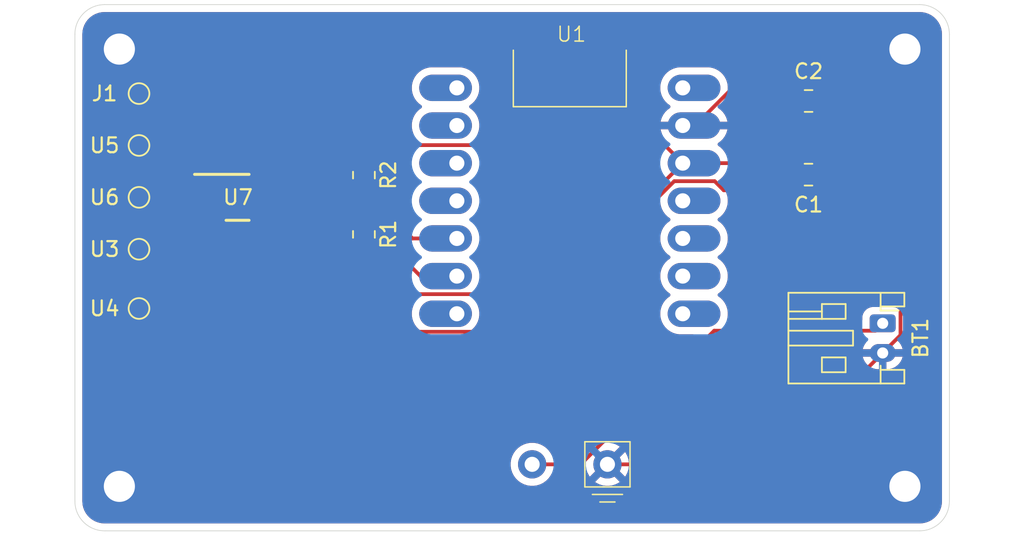
<source format=kicad_pcb>
(kicad_pcb (version 20241229) (generator "pcbnew") (generator_version "9.0")
  (layers (0 "F.Cu" signal) (2 "B.Cu" signal) (13 "F.Paste" user) (15 "B.Paste" user) (5 "F.SilkS" user "F.Silkscreen") (7 "B.SilkS" user "B.Silkscreen") (1 "F.Mask" user) (3 "B.Mask" user) (25 "Edge.Cuts" user))
  (net 0 "")
  (net 1 "GND2")
  (net 2 "VDD")
  (net 3 "+3V3")
  (net 4 "Net-(J1-Shield)")
  (net 5 "Net-(U1-GPIO6_A5_D5_SCL)")
  (net 6 "Net-(U1-GPIO4_A3_D3_SDA)")
  (net 17 "Net-(U6-1)")
  (net 18 "Net-(U4-1)")
  (net 19 "Net-(U5-1)")
  (net 20 "Net-(U3-1)")
  (footprint "Capacitor_SMD:C_0805_2012Metric_Pad1.18x1.45mm_HandSolder" (layer "F.Cu") (at 163.995002 75.469999 180)
    (property "Reference" "C1" (at 0 -2.030001 0) (layer "F.SilkS"))
    (property "Value" "0.1uF")
    (fp_line (start -0.261252 0.735) (end 0.261252 0.735) (stroke (width 0.12)) (layer "F.SilkS"))
    (fp_line (start -0.261252 -0.735) (end 0.261252 -0.735) (stroke (width 0.12)) (layer "F.SilkS"))
    (pad "1" smd roundrect (at -1.0375 0 180) (size 1.175 1.45) (layers "F.Cu" "F.Mask" "F.Paste") (roundrect_rratio 0.212766) (net 1 "GND2"))
    (pad "2" smd roundrect (at 1.0375 0 180) (size 1.175 1.45) (layers "F.Cu" "F.Mask" "F.Paste") (roundrect_rratio 0.212766) (net 3 "+3V3"))
  )
  (footprint "GIX_ESP32:XIAO_ESP32" (layer "F.Cu") (at 147.889998 77.235001)
    (property "Reference" "U1" (at 0.110002 -11.235001 0) (layer "F.SilkS") (effects (font (thickness 0.1))))
    (property "Value" "~")
    (fp_line (start -3.81 -10.16) (end -3.81 -6.35) (stroke (width 0.1)) (layer "F.SilkS"))
    (fp_line (start -3.81 -6.35) (end 3.81 -6.35) (stroke (width 0.1)) (layer "F.SilkS"))
    (fp_line (start 1.016 16.256) (end 4.064 16.256) (stroke (width 0.1)) (layer "F.SilkS"))
    (fp_line (start 1.016 19.304) (end 1.016 16.256) (stroke (width 0.1)) (layer "F.SilkS"))
    (fp_line (start 1.524 19.812) (end 3.556 19.812) (stroke (width 0.1)) (layer "F.SilkS"))
    (fp_line (start 2.032 20.32) (end 3.048 20.32) (stroke (width 0.1)) (layer "F.SilkS"))
    (fp_line (start 3.81 -6.35) (end 3.81 -10.16) (stroke (width 0.1)) (layer "F.SilkS"))
    (fp_line (start 4.064 16.256) (end 4.064 19.304) (stroke (width 0.1)) (layer "F.SilkS"))
    (fp_line (start 4.064 19.304) (end 1.016 19.304) (stroke (width 0.1)) (layer "F.SilkS"))
    (pad "1" thru_hole oval (at -7.62 -7.62) (size 3.556 1.778) (drill 1.016 (offset -0.762 0)) (layers "*.Cu" "*.Mask"))
    (pad "2" thru_hole oval (at -7.62 -5.08) (size 3.556 1.778) (drill 1.016 (offset -0.762 0)) (layers "*.Cu" "*.Mask"))
    (pad "3" thru_hole oval (at -7.62 -2.54) (size 3.556 1.778) (drill 1.016 (offset -0.762 0)) (layers "*.Cu" "*.Mask"))
    (pad "4" thru_hole oval (at -7.62 0) (size 3.556 1.778) (drill 1.016 (offset -0.762 0)) (layers "*.Cu" "*.Mask"))
    (pad "5" thru_hole oval (at -7.62 2.54) (size 3.556 1.778) (drill 1.016 (offset -0.762 0)) (layers "*.Cu" "*.Mask") (net 6 "Net-(U1-GPIO4_A3_D3_SDA)"))
    (pad "6" thru_hole oval (at -7.62 5.08) (size 3.556 1.778) (drill 1.016 (offset -0.762 0)) (layers "*.Cu" "*.Mask") (net 5 "Net-(U1-GPIO6_A5_D5_SCL)"))
    (pad "7" thru_hole oval (at -7.62 7.62) (size 3.556 1.778) (drill 1.016 (offset -0.762 0)) (layers "*.Cu" "*.Mask"))
    (pad "8" thru_hole oval (at 7.62 7.62) (size 3.556 1.778) (drill 1.016 (offset 0.762 0)) (layers "*.Cu" "*.Mask"))
    (pad "9" thru_hole oval (at 7.62 5.08) (size 3.556 1.778) (drill 1.016 (offset 0.762 0)) (layers "*.Cu" "*.Mask"))
    (pad "10" thru_hole oval (at 7.62 2.54) (size 3.556 1.778) (drill 1.016 (offset 0.762 0)) (layers "*.Cu" "*.Mask"))
    (pad "11" thru_hole oval (at 7.62 0) (size 3.556 1.778) (drill 1.016 (offset 0.762 0)) (layers "*.Cu" "*.Mask"))
    (pad "12" thru_hole oval (at 7.62 -2.54) (size 3.556 1.778) (drill 1.016 (offset 0.762 0)) (layers "*.Cu" "*.Mask") (net 3 "+3V3"))
    (pad "13" thru_hole oval (at 7.62 -5.08) (size 3.556 1.778) (drill 1.016 (offset 0.762 0)) (layers "*.Cu" "*.Mask") (net 1 "GND2"))
    (pad "14" thru_hole oval (at 7.62 -7.62) (size 3.556 1.778) (drill 1.016 (offset 0.762 0)) (layers "*.Cu" "*.Mask"))
    (pad "15" thru_hole circle (at -2.54 17.78) (size 1.905 1.905) (drill 1.016) (layers "*.Cu" "*.Mask") (net 2 "VDD"))
    (pad "16" thru_hole circle (at 2.54 17.78) (size 1.905 1.905) (drill 1.016) (layers "*.Cu" "*.Mask") (net 1 "GND2"))
  )
  (footprint "MountingHole:MountingHole_2.1mm" (layer "F.Cu") (at 117.5 96.5)
    (property "Reference" "REF**" (hide yes))
    (property "Value" "MountingHole_2.1mm")
    (pad "" np_thru_hole circle (at 0 0) (size 2.1 2.1) (drill 2.1) (layers "*.Cu" "*.Mask"))
  )
  (footprint "MountingHole:MountingHole_2.1mm" (layer "F.Cu") (at 170.5 96.5)
    (property "Reference" "REF**" (hide yes))
    (property "Value" "MountingHole_2.1mm")
    (pad "" np_thru_hole circle (at 0 0) (size 2.1 2.1) (drill 2.1) (layers "*.Cu" "*.Mask"))
  )
  (footprint "MountingHole:MountingHole_2.1mm" (layer "F.Cu") (at 170.5 67)
    (property "Reference" "REF**" (hide yes))
    (property "Value" "MountingHole_2.1mm")
    (pad "" np_thru_hole circle (at 0 0) (size 2.1 2.1) (drill 2.1) (layers "*.Cu" "*.Mask"))
  )
  (footprint "Capacitor_SMD:C_0805_2012Metric_Pad1.18x1.45mm_HandSolder" (layer "F.Cu") (at 164 70.5)
    (property "Reference" "C2" (at 0 -2 0) (layer "F.SilkS"))
    (property "Value" "1uF")
    (fp_line (start -0.261252 -0.735) (end 0.261252 -0.735) (stroke (width 0.12)) (layer "F.SilkS"))
    (fp_line (start -0.261252 0.735) (end 0.261252 0.735) (stroke (width 0.12)) (layer "F.SilkS"))
    (pad "1" smd roundrect (at -1.0375 0) (size 1.175 1.45) (layers "F.Cu" "F.Mask" "F.Paste") (roundrect_rratio 0.212766) (net 3 "+3V3"))
    (pad "2" smd roundrect (at 1.0375 0) (size 1.175 1.45) (layers "F.Cu" "F.Mask" "F.Paste") (roundrect_rratio 0.212766) (net 1 "GND2"))
  )
  (footprint "Connector_JST:JST_PH_S2B-PH-K_1x02_P2.00mm_Horizontal" (layer "F.Cu") (at 169 85.5 -90)
    (property "Reference" "BT1" (at 1 -2.55 90) (layer "F.SilkS"))
    (property "Value" "Battery")
    (fp_line (start -2.06 6.36) (end 4.06 6.36) (stroke (width 0.12)) (layer "F.SilkS"))
    (fp_line (start 0.5 6.36) (end 0.5 2) (stroke (width 0.12)) (layer "F.SilkS"))
    (fp_line (start 4.06 6.36) (end 4.06 -1.46) (stroke (width 0.12)) (layer "F.SilkS"))
    (fp_line (start -1.3 4.1) (end -0.3 4.1) (stroke (width 0.12)) (layer "F.SilkS"))
    (fp_line (start -0.8 4.1) (end -0.8 6.36) (stroke (width 0.12)) (layer "F.SilkS"))
    (fp_line (start -0.3 4.1) (end -0.3 6.36) (stroke (width 0.12)) (layer "F.SilkS"))
    (fp_line (start -0.3 4.1) (end -0.3 2.5) (stroke (width 0.12)) (layer "F.SilkS"))
    (fp_line (start 2.3 4.1) (end 2.3 2.5) (stroke (width 0.12)) (layer "F.SilkS"))
    (fp_line (start 3.3 4.1) (end 2.3 4.1) (stroke (width 0.12)) (layer "F.SilkS"))
    (fp_line (start -1.3 2.5) (end -1.3 4.1) (stroke (width 0.12)) (layer "F.SilkS"))
    (fp_line (start -0.3 2.5) (end -1.3 2.5) (stroke (width 0.12)) (layer "F.SilkS"))
    (fp_line (start 2.3 2.5) (end 3.3 2.5) (stroke (width 0.12)) (layer "F.SilkS"))
    (fp_line (start 3.3 2.5) (end 3.3 4.1) (stroke (width 0.12)) (layer "F.SilkS"))
    (fp_line (start 0.5 2) (end 1.5 2) (stroke (width 0.12)) (layer "F.SilkS"))
    (fp_line (start 1.5 2) (end 1.5 6.36) (stroke (width 0.12)) (layer "F.SilkS"))
    (fp_line (start -2.06 0.14) (end -1.14 0.14) (stroke (width 0.12)) (layer "F.SilkS"))
    (fp_line (start -1.14 0.14) (end -1.14 -1.46) (stroke (width 0.12)) (layer "F.SilkS"))
    (fp_line (start -0.86 0.14) (end -1.14 0.14) (stroke (width 0.12)) (layer "F.SilkS"))
    (fp_line (start -0.86 0.14) (end -0.86 -1.075) (stroke (width 0.12)) (layer "F.SilkS"))
    (fp_line (start 3.14 0.14) (end 2.86 0.14) (stroke (width 0.12)) (layer "F.SilkS"))
    (fp_line (start 4.06 0.14) (end 3.14 0.14) (stroke (width 0.12)) (layer "F.SilkS"))
    (fp_line (start -2.06 -1.46) (end -2.06 6.36) (stroke (width 0.12)) (layer "F.SilkS"))
    (fp_line (start -1.14 -1.46) (end -2.06 -1.46) (stroke (width 0.12)) (layer "F.SilkS"))
    (fp_line (start 3.14 -1.46) (end 3.14 0.14) (stroke (width 0.12)) (layer "F.SilkS"))
    (fp_line (start 4.06 -1.46) (end 3.14 -1.46) (stroke (width 0.12)) (layer "F.SilkS"))
    (pad "1" thru_hole roundrect (at 0 0 270) (size 1.2 1.75) (drill 0.75) (layers "*.Cu" "*.Mask") (roundrect_rratio 0.208333) (net 2 "VDD"))
    (pad "2" thru_hole oval (at 2 0 270) (size 1.2 1.75) (drill 0.75) (layers "*.Cu" "*.Mask") (net 1 "GND2"))
  )
  (footprint "MountingHole:MountingHole_2.1mm" (layer "F.Cu") (at 117.5 67)
    (property "Reference" "REF**" (hide yes))
    (property "Value" "MountingHole_2.1mm")
    (pad "" np_thru_hole circle (at 0 0) (size 2.1 2.1) (drill 2.1) (layers "*.Cu" "*.Mask"))
  )
  (footprint "TestPoint:TestPoint_Pad_D1.0mm" (layer "F.Cu") (at 118.824999 84.5)
    (property "Reference" "U4" (at -2.324999 0 0) (layer "F.SilkS"))
    (property "Value" "~")
    (fp_circle (center 0 0) (end 0 0.7) (stroke (width 0.12)) (fill no) (layer "F.SilkS"))
    (pad "1" smd circle (at 0 0) (size 1 1) (layers "F.Cu" "F.Mask") (net 18 "Net-(U4-1)"))
  )
  (footprint "TestPoint:TestPoint_Pad_D1.0mm" (layer "F.Cu") (at 118.824999 77)
    (property "Reference" "U6" (at -2.324999 0 0) (layer "F.SilkS"))
    (property "Value" "~")
    (fp_circle (center 0 0) (end 0 0.7) (stroke (width 0.12)) (fill no) (layer "F.SilkS"))
    (pad "1" smd circle (at 0 0) (size 1 1) (layers "F.Cu" "F.Mask") (net 17 "Net-(U6-1)"))
  )
  (footprint "TestPoint:TestPoint_Pad_D1.0mm" (layer "F.Cu") (at 118.824999 73.5)
    (property "Reference" "U5" (at -2.324999 0 0) (layer "F.SilkS"))
    (property "Value" "~")
    (fp_circle (center 0 0) (end 0 0.7) (stroke (width 0.12)) (fill no) (layer "F.SilkS"))
    (pad "1" smd circle (at 0 0) (size 1 1) (layers "F.Cu" "F.Mask") (net 19 "Net-(U5-1)"))
  )
  (footprint "footprints_FDC1004:DGS0010A_M" (layer "F.Cu") (at 125.5 77.000001)
    (property "Reference" "U7" (at 0 0 0) (layer "F.SilkS"))
    (property "Value" "FDC1004DGSR")
    (fp_line (start -2.925 -1.549999) (end 0.750001 -1.549999) (stroke (width 0.2)) (layer "F.SilkS"))
    (fp_line (start -0.800001 1.549999) (end 0.750001 1.549999) (stroke (width 0.2)) (layer "F.SilkS"))
    (pad "1" smd oval (at -2.324999 -1.000001 90) (size 0.299999 1.549999) (layers "F.Cu" "F.Mask" "F.Paste") (net 4 "Net-(J1-Shield)"))
    (pad "2" smd oval (at -2.324999 -0.500002 90) (size 0.299999 1.549999) (layers "F.Cu" "F.Mask" "F.Paste") (net 19 "Net-(U5-1)"))
    (pad "3" smd oval (at -2.324999 0 90) (size 0.299999 1.549999) (layers "F.Cu" "F.Mask" "F.Paste") (net 17 "Net-(U6-1)"))
    (pad "4" smd oval (at -2.324999 0.499999 90) (size 0.299999 1.549999) (layers "F.Cu" "F.Mask" "F.Paste") (net 20 "Net-(U3-1)"))
    (pad "5" smd oval (at -2.324999 1.000001 90) (size 0.299999 1.549999) (layers "F.Cu" "F.Mask" "F.Paste") (net 18 "Net-(U4-1)"))
    (pad "6" smd oval (at 2.325002 1.000001 90) (size 0.299999 1.549999) (layers "F.Cu" "F.Mask" "F.Paste") (net 4 "Net-(J1-Shield)"))
    (pad "7" smd oval (at 2.325002 0.499999 90) (size 0.299999 1.549999) (layers "F.Cu" "F.Mask" "F.Paste") (net 1 "GND2"))
    (pad "8" smd oval (at 2.325002 0 90) (size 0.299999 1.549999) (layers "F.Cu" "F.Mask" "F.Paste") (net 3 "+3V3"))
    (pad "9" smd oval (at 2.325002 -0.500002 90) (size 0.299999 1.549999) (layers "F.Cu" "F.Mask" "F.Paste") (net 5 "Net-(U1-GPIO6_A5_D5_SCL)"))
    (pad "10" smd oval (at 2.325002 -1.000001 90) (size 0.299999 1.549999) (layers "F.Cu" "F.Mask" "F.Paste") (net 6 "Net-(U1-GPIO4_A3_D3_SDA)"))
  )
  (footprint "TestPoint:TestPoint_Pad_D1.0mm" (layer "F.Cu") (at 118.824999 70)
    (property "Reference" "J1" (at -2.324999 0 0) (layer "F.SilkS"))
    (property "Value" "RFShield_OnePiece")
    (fp_circle (center 0 0) (end 0 0.7) (stroke (width 0.12)) (fill no) (layer "F.SilkS"))
    (pad "1" smd circle (at 0 0) (size 1 1) (layers "F.Cu" "F.Mask") (net 4 "Net-(J1-Shield)"))
  )
  (footprint "Resistor_SMD:R_0805_2012Metric_Pad1.20x1.40mm_HandSolder" (layer "F.Cu") (at 134 79.5 -90)
    (property "Reference" "R1" (at 0 -1.65 90) (layer "F.SilkS"))
    (property "Value" "4.7K")
    (fp_line (start -0.227064 0.735) (end 0.227064 0.735) (stroke (width 0.12)) (layer "F.SilkS"))
    (fp_line (start -0.227064 -0.735) (end 0.227064 -0.735) (stroke (width 0.12)) (layer "F.SilkS"))
    (pad "1" smd roundrect (at -1 0 270) (size 1.2 1.4) (layers "F.Cu" "F.Mask" "F.Paste") (roundrect_rratio 0.208333) (net 5 "Net-(U1-GPIO6_A5_D5_SCL)"))
    (pad "2" smd roundrect (at 1 0 270) (size 1.2 1.4) (layers "F.Cu" "F.Mask" "F.Paste") (roundrect_rratio 0.208333) (net 3 "+3V3"))
  )
  (footprint "Resistor_SMD:R_0805_2012Metric_Pad1.20x1.40mm_HandSolder" (layer "F.Cu") (at 134 75.5 -90)
    (property "Reference" "R2" (at 0 -1.65 90) (layer "F.SilkS"))
    (property "Value" "4.7K")
    (fp_line (start -0.227064 0.735) (end 0.227064 0.735) (stroke (width 0.12)) (layer "F.SilkS"))
    (fp_line (start -0.227064 -0.735) (end 0.227064 -0.735) (stroke (width 0.12)) (layer "F.SilkS"))
    (pad "1" smd roundrect (at -1 0 270) (size 1.2 1.4) (layers "F.Cu" "F.Mask" "F.Paste") (roundrect_rratio 0.208333) (net 3 "+3V3"))
    (pad "2" smd roundrect (at 1 0 270) (size 1.2 1.4) (layers "F.Cu" "F.Mask" "F.Paste") (roundrect_rratio 0.208333) (net 6 "Net-(U1-GPIO4_A3_D3_SDA)"))
  )
  (footprint "TestPoint:TestPoint_Pad_D1.0mm" (layer "F.Cu") (at 118.824999 80.5)
    (property "Reference" "U3" (at -2.324999 0 0) (layer "F.SilkS"))
    (property "Value" "~")
    (fp_circle (center 0 0) (end 0 0.7) (stroke (width 0.12)) (fill no) (layer "F.SilkS"))
    (pad "1" smd circle (at 0 0) (size 1 1) (layers "F.Cu" "F.Mask") (net 20 "Net-(U3-1)"))
  )
  (gr_line (start 171.5 99.5) (end 116.5 99.5) (stroke (width 0.05)) (layer "Edge.Cuts"))
  (gr_arc (start 171.5 64) (mid 172.914214 64.585786) (end 173.5 66) (stroke (width 0.05)) (layer "Edge.Cuts"))
  (gr_line (start 116.5 64) (end 171.5 64) (stroke (width 0.05)) (layer "Edge.Cuts"))
  (gr_arc (start 116.5 99.5) (mid 115.085786 98.914214) (end 114.5 97.5) (stroke (width 0.05)) (layer "Edge.Cuts"))
  (gr_arc (start 173.5 97.5) (mid 172.914214 98.914214) (end 171.5 99.5) (stroke (width 0.05)) (layer "Edge.Cuts"))
  (gr_line (start 173.5 66) (end 173.5 97.5) (stroke (width 0.05)) (layer "Edge.Cuts"))
  (gr_line (start 114.5 97.5) (end 114.5 66) (stroke (width 0.05)) (layer "Edge.Cuts"))
  (gr_arc (start 114.5 66) (mid 115.085786 64.585786) (end 116.5 64) (stroke (width 0.05)) (layer "Edge.Cuts"))
  (segment (start 163.546342 69.447) (end 163.878 69.778658) (width 0.254) (layer "F.Cu") (net 1))
  (segment (start 165.0375 70.5) (end 163.9845 69.447) (width 0.254) (layer "F.Cu") (net 1))
  (segment (start 157.665096 75.912001) (end 154.936466 75.912001) (width 0.254) (layer "F.Cu") (net 1))
  (segment (start 159.050097 69.447) (end 156.342096 72.155001) (width 0.254) (layer "F.Cu") (net 1))
  (segment (start 128.854002 77.5) (end 127.825002 77.5) (width 0.254) (layer "F.Cu") (net 1))
  (segment (start 162.378658 69.447) (end 163.546342 69.447) (width 0.254) (layer "F.Cu") (net 1))
  (segment (start 163.878 69.778658) (end 163.878 76.186343) (width 0.254) (layer "F.Cu") (net 1))
  (segment (start 170.203 86.297) (end 169 87.5) (width 0.254) (layer "F.Cu") (net 1))
  (segment (start 137.426003 86.072001) (end 128.854002 77.5) (width 0.254) (layer "F.Cu") (net 1))
  (segment (start 159.670657 72.155001) (end 162.378658 69.447) (width 0.254) (layer "F.Cu") (net 1))
  (segment (start 144.776466 86.072001) (end 137.426003 86.072001) (width 0.254) (layer "F.Cu") (net 1))
  (segment (start 161.484999 95.015001) (end 169 87.5) (width 0.254) (layer "F.Cu") (net 1))
  (segment (start 163.9845 69.447) (end 159.050097 69.447) (width 0.254) (layer "F.Cu") (net 1))
  (segment (start 170.203 80.640497) (end 170.203 86.297) (width 0.254) (layer "F.Cu") (net 1))
  (segment (start 156.342096 72.155001) (end 155.509998 72.155001) (width 0.254) (layer "F.Cu") (net 1))
  (segment (start 165.032502 75.469999) (end 170.203 80.640497) (width 0.254) (layer "F.Cu") (net 1))
  (segment (start 163.878 76.186343) (end 163.541344 76.522999) (width 0.254) (layer "F.Cu") (net 1))
  (segment (start 165.0375 70.5) (end 165.0375 75.465001) (width 0.254) (layer "F.Cu") (net 1))
  (segment (start 150.429998 95.015001) (end 161.484999 95.015001) (width 0.254) (layer "F.Cu") (net 1))
  (segment (start 155.509998 72.155001) (end 159.670657 72.155001) (width 0.254) (layer "F.Cu") (net 1))
  (segment (start 154.936466 75.912001) (end 144.776466 86.072001) (width 0.254) (layer "F.Cu") (net 1))
  (segment (start 163.541344 76.522999) (end 158.276094 76.522999) (width 0.254) (layer "F.Cu") (net 1))
  (segment (start 165.0375 75.465001) (end 165.032502 75.469999) (width 0.254) (layer "F.Cu") (net 1))
  (segment (start 158.276094 76.522999) (end 157.665096 75.912001) (width 0.254) (layer "F.Cu") (net 1))
  (segment (start 145.349998 95.015001) (end 148.619097 95.015001) (width 0.254) (layer "F.Cu") (net 2))
  (segment (start 157.634098 86) (end 168.5 86) (width 0.254) (layer "F.Cu") (net 2))
  (segment (start 168.5 86) (end 169 85.5) (width 0.254) (layer "F.Cu") (net 2))
  (segment (start 148.619097 95.015001) (end 157.634098 86) (width 0.254) (layer "F.Cu") (net 2))
  (segment (start 146.672998 83.532001) (end 155.509998 74.695001) (width 0.254) (layer "F.Cu") (net 3))
  (segment (start 137.032001 83.532001) (end 146.672998 83.532001) (width 0.254) (layer "F.Cu") (net 3))
  (segment (start 162.9625 70.5) (end 158.767499 74.695001) (width 0.254) (layer "F.Cu") (net 3))
  (segment (start 154.292998 73.478001) (end 155.509998 74.695001) (width 0.254) (layer "F.Cu") (net 3))
  (segment (start 135.021999 73.478001) (end 154.292998 73.478001) (width 0.254) (layer "F.Cu") (net 3))
  (segment (start 134 80.5) (end 130.500001 77.000001) (width 0.254) (layer "F.Cu") (net 3))
  (segment (start 158.767499 74.695001) (end 155.509998 74.695001) (width 0.254) (layer "F.Cu") (net 3))
  (segment (start 134 74.5) (end 135.021999 73.478001) (width 0.254) (layer "F.Cu") (net 3))
  (segment (start 159.542497 75.469999) (end 158.767499 74.695001) (width 0.254) (layer "F.Cu") (net 3))
  (segment (start 134 80.5) (end 137.032001 83.532001) (width 0.254) (layer "F.Cu") (net 3))
  (segment (start 162.957502 75.469999) (end 159.542497 75.469999) (width 0.254) (layer "F.Cu") (net 3))
  (segment (start 130.500001 77.000001) (end 127.825002 77.000001) (width 0.254) (layer "F.Cu") (net 3))
  (segment (start 118.824999 71.649998) (end 123.175001 76) (width 0.254) (layer "F.Cu") (net 4))
  (segment (start 123.175001 76) (end 125.024008 76) (width 0.254) (layer "F.Cu") (net 4))
  (segment (start 125.024008 76) (end 127.02401 78.000002) (width 0.254) (layer "F.Cu") (net 4))
  (segment (start 118.824999 70) (end 118.824999 71.649998) (width 0.254) (layer "F.Cu") (net 4))
  (segment (start 127.02401 78.000002) (end 127.825002 78.000002) (width 0.254) (layer "F.Cu") (net 4))
  (segment (start 140.269998 82.315001) (end 137.815001 82.315001) (width 0.254) (layer "F.Cu") (net 5))
  (segment (start 131.999999 76.499999) (end 127.825002 76.499999) (width 0.254) (layer "F.Cu") (net 5))
  (segment (start 134 78.5) (end 131.999999 76.499999) (width 0.254) (layer "F.Cu") (net 5))
  (segment (start 137.815001 82.315001) (end 134 78.5) (width 0.254) (layer "F.Cu") (net 5))
  (segment (start 134 76.5) (end 133.5 76) (width 0.254) (layer "F.Cu") (net 6))
  (segment (start 133.5 76) (end 127.825002 76) (width 0.254) (layer "F.Cu") (net 6))
  (segment (start 140.269998 79.775001) (end 137.275001 79.775001) (width 0.254) (layer "F.Cu") (net 6))
  (segment (start 137.275001 79.775001) (end 134 76.5) (width 0.254) (layer "F.Cu") (net 6))
  (segment (start 118.824999 77) (end 123.175001 77.000001) (width 0.254) (layer "F.Cu") (net 17))
  (segment (start 118.824999 82.350004) (end 123.175001 78.000002) (width 0.254) (layer "F.Cu") (net 18))
  (segment (start 118.824999 84.5) (end 118.824999 82.350004) (width 0.254) (layer "F.Cu") (net 18))
  (segment (start 118.824999 73.5) (end 121.824998 76.499999) (width 0.254) (layer "F.Cu") (net 19))
  (segment (start 121.824998 76.499999) (end 123.175001 76.499999) (width 0.254) (layer "F.Cu") (net 19))
  (segment (start 118.824999 80.5) (end 121.824999 77.5) (width 0.254) (layer "F.Cu") (net 20))
  (segment (start 121.824999 77.5) (end 123.175001 77.5) (width 0.254) (layer "F.Cu") (net 20))
  (zone (net 1) (net_name "GND2") (layers "F.Cu" "B.Cu") (connect_pads (clearance 0.5)) (min_thickness 0.25) (fill yes (thermal_gap 0.5) (thermal_bridge_width 0.5))
    (polygon (pts (xy 114.5 64) (xy 173.5 64) (xy 173.5 99.5) (xy 114.5 99.5)))
  )
)
</source>
